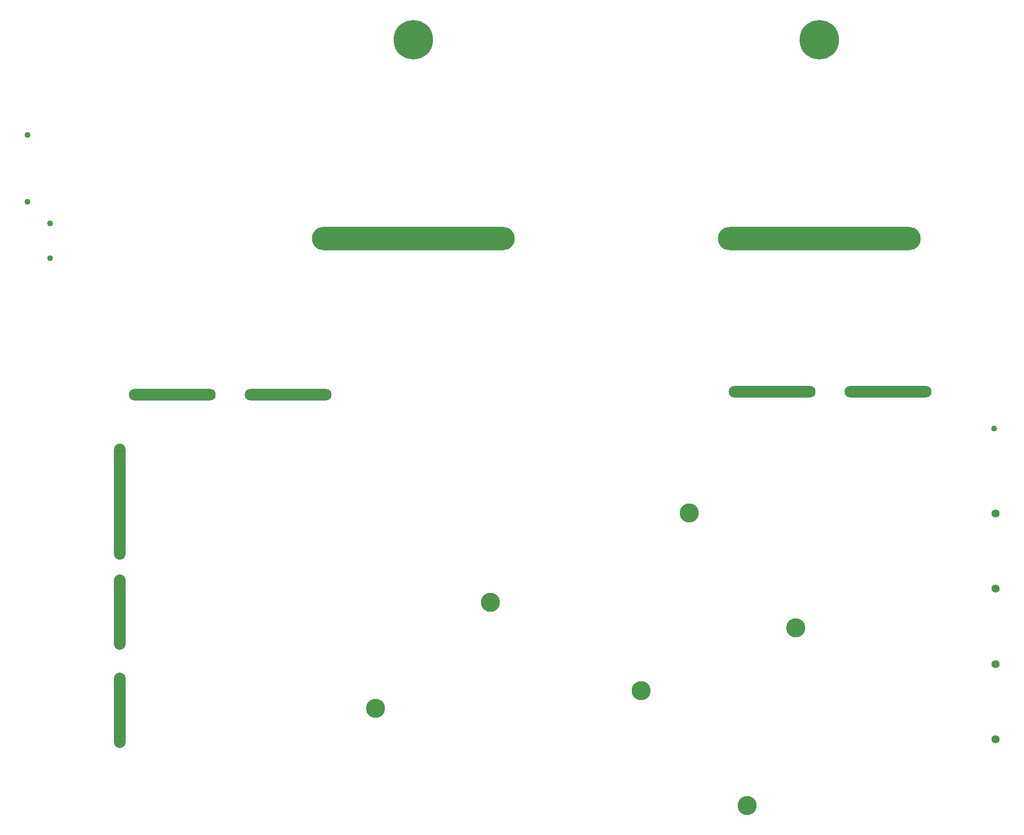
<source format=gbr>
%TF.GenerationSoftware,Altium Limited,Altium Designer,24.2.2 (26)*%
G04 Layer_Color=0*
%FSLAX45Y45*%
%MOMM*%
%TF.SameCoordinates,E62911D3-7CC7-41A5-B2DD-A777233C8753*%
%TF.FilePolarity,Positive*%
%TF.FileFunction,NonPlated,1,4,NPTH,Drill*%
%TF.Part,Single*%
G01*
G75*
%TA.AperFunction,ComponentDrill*%
%ADD135C,3.30000*%
%ADD136C,1.40000*%
%ADD137O,35.00000X4.00000*%
%ADD138C,6.80000*%
%ADD139C,1.02000*%
%TA.AperFunction,OtherDrill,Pad Free-21 (19mm,24mm)*%
%ADD140O,2.00000X13.00000*%
%TA.AperFunction,OtherDrill,Pad Free-21 (19mm,41mm)*%
%ADD141O,2.00000X13.00000*%
%TA.AperFunction,OtherDrill,Pad Free-21 (19mm,60mm)*%
%ADD142O,2.00000X20.00000*%
%TA.AperFunction,OtherDrill,Pad Free-21 (28mm,78.5mm)*%
%ADD143O,15.00000X2.00000*%
%TA.AperFunction,OtherDrill,Pad Free-21 (48mm,78.5mm)*%
%ADD144O,15.00000X2.00000*%
%TA.AperFunction,OtherDrill,Pad Free-21 (131.5mm,79mm)*%
%ADD145O,15.00000X2.00000*%
%TA.AperFunction,OtherDrill,Pad Free-21 (151.5mm,79mm)*%
%ADD146O,15.00000X2.00000*%
%TA.AperFunction,ComponentDrill*%
%ADD147C,3.30000*%
D135*
X11721500Y5803300D02*
D03*
X13551500Y3823300D02*
D03*
X12715000Y760000D02*
D03*
X10885000Y2740000D02*
D03*
D136*
X17000000Y5800000D02*
D03*
Y1900000D02*
D03*
Y3200000D02*
D03*
Y4500000D02*
D03*
D137*
X6960000Y10540000D02*
D03*
X13960001D02*
D03*
D138*
X6960000Y13972000D02*
D03*
X13960001D02*
D03*
D139*
X694000Y10799999D02*
D03*
Y10200000D02*
D03*
X16978999Y7263000D02*
D03*
X302000Y11172000D02*
D03*
X302000Y12322000D02*
D03*
D140*
X1900000Y2400000D02*
D03*
D141*
Y4100000D02*
D03*
D142*
Y6000000D02*
D03*
D143*
X2800000Y7850000D02*
D03*
D144*
X4800000D02*
D03*
D145*
X13150000Y7900000D02*
D03*
D146*
X15150000D02*
D03*
D147*
X6310000Y2435000D02*
D03*
X8290000Y4265000D02*
D03*
%TF.MD5,983f767bb480f7f3aff7074109a433ff*%
M02*

</source>
